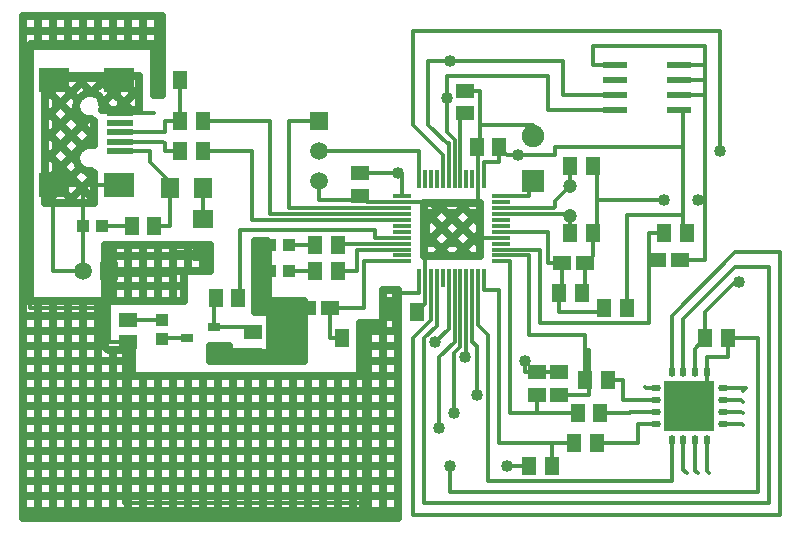
<source format=gbr>
G04 DipTrace 2.4.0.2*
%INTop.gbr*%
%MOMM*%
%ADD13C,0.3*%
%ADD14C,0.33*%
%ADD15C,0.635*%
%ADD22R,1.9X1.9*%
%ADD23C,1.9*%
%ADD25R,1.5X1.5*%
%ADD26C,1.5*%
%ADD27R,1.5X1.3*%
%ADD28R,1.3X1.5*%
%ADD29R,1.0X1.0*%
%ADD34R,1.6X1.8*%
%ADD35R,1.8X1.6*%
%ADD36R,2.3X0.5*%
%ADD37R,2.5X2.0*%
%ADD39R,1.05X0.65*%
%ADD41R,1.6X1.2*%
%ADD42R,1.6X0.3*%
%ADD43R,0.3X1.6*%
%ADD44R,2.0X0.6*%
%ADD45O,0.55X0.85*%
%ADD46O,0.85X0.55*%
%ADD47R,4.2X4.2*%
%ADD48C,1.2*%
%ADD49C,1.016*%
%FSLAX53Y53*%
G04*
G71*
G90*
G75*
G01*
%LNTop*%
%LPD*%
X51773Y38540D2*
D13*
X52738D1*
D14*
X54098D1*
X54133Y38575D1*
Y39528D1*
X54450Y39845D1*
X68198Y23653D2*
Y25648D1*
X69060Y26510D1*
X50323Y39990D2*
D13*
Y40955D1*
D14*
Y41433D1*
X51593D1*
Y42703D1*
X44823Y31590D2*
D13*
Y30625D1*
D14*
Y30320D1*
X42703D1*
Y28733D1*
X43373Y38540D2*
X43338D1*
Y40480D1*
X39845D1*
X40158Y26510D2*
Y27145D1*
X42703D1*
Y28733D1*
X20160Y26193D2*
D3*
X40163Y12540D2*
X40158D1*
Y26510D1*
X40163Y12540D2*
X19843D1*
Y25875D1*
X20160Y26193D1*
X26510Y33813D2*
X23970D1*
Y31908D1*
X18890D1*
X18573Y32225D1*
X20160Y26193D2*
X18573D1*
Y29050D1*
Y32225D1*
X22705Y48418D2*
Y51593D1*
X11905D1*
Y29050D1*
X18573D1*
X43020Y40480D2*
X39845D1*
X53180Y42068D2*
X52228D1*
X51593Y42703D1*
X66835Y45878D2*
X67150D1*
Y42703D1*
X56355D1*
Y42068D1*
X53180D1*
X67463Y35400D2*
X67150D1*
Y36988D1*
Y42703D1*
X62383Y29050D2*
Y36988D1*
X67150D1*
X71913Y31273D2*
Y31590D1*
X69060Y28738D1*
Y26510D1*
X33813Y34448D2*
X36040D1*
Y32225D2*
X33813D1*
X48323Y39990D2*
D13*
Y40955D1*
D14*
Y45153D1*
X48735Y45565D1*
X27463Y27463D2*
Y29755D1*
X27610Y29902D1*
X27463Y27463D2*
X30357D1*
X30780Y27040D1*
X25163Y26513D2*
X23033D1*
X23018Y26498D1*
Y28098D2*
X20165D1*
X20160Y28093D1*
X57630Y35400D2*
Y36902D1*
X57625Y36907D1*
X51773Y37040D2*
D13*
X52738D1*
D14*
X57492D1*
X57625Y36907D1*
X57630Y41115D2*
Y39452D1*
X57625Y39447D1*
X51773Y37540D2*
D13*
X52738D1*
D14*
X56273D1*
X56355Y37623D1*
Y38177D1*
X57625Y39447D1*
X19525Y43185D2*
X23170D1*
X23335Y43020D1*
Y42385D1*
X24610D1*
X19525Y43985D2*
X23335D1*
Y44925D1*
X24610D1*
X24605Y48418D2*
Y44930D1*
X24610Y44925D1*
X19525Y42385D2*
X22065D1*
Y41433D1*
X23710Y39788D1*
Y39210D1*
X22383Y36035D2*
X23710D1*
Y39210D1*
X26510D2*
Y36613D1*
X20483Y36035D2*
X17938D1*
X64848Y21303D2*
X62070D1*
Y23018D1*
X60800D1*
X64848Y20303D2*
X62705D1*
Y20160D1*
X60165D1*
X64848Y19303D2*
X63340D1*
Y17620D1*
X59848D1*
X58900Y23018D2*
Y25558D1*
X59218D1*
Y21748D1*
X56673D1*
X58900Y25558D2*
Y26828D1*
X54133D1*
Y33540D1*
X52738D1*
D13*
X51773D1*
X58265Y20160D2*
D14*
X54768D1*
Y21748D1*
Y20160D2*
X52545D1*
Y33040D1*
D13*
X51773D1*
X56038Y15715D2*
D14*
Y17620D1*
X57948D1*
X56038D2*
X51593D1*
Y30625D1*
D13*
X50323D1*
Y31590D1*
X43373Y33040D2*
X42408D1*
D14*
X40163D1*
Y29050D1*
X37305D1*
Y26510D1*
X38258D1*
X45823Y31590D2*
D13*
Y30625D1*
D14*
Y28043D1*
X44290Y26510D1*
Y11588D1*
X75405D1*
Y33813D1*
X71595D1*
X66198Y28415D1*
Y23653D1*
X46323Y31590D2*
D13*
Y30625D1*
D14*
Y27590D1*
X45243Y26510D1*
Y12540D1*
X74453D1*
Y32543D1*
X71595D1*
X67198Y28145D1*
Y23653D1*
X69198D2*
Y24923D1*
X70960D1*
Y26510D1*
X54768Y23648D2*
X56673D1*
X16338Y36035D2*
Y39528D1*
X13933D1*
X13925Y39535D1*
X19425D2*
X13925D1*
Y48435D1*
X19425D1*
Y45685D1*
X19525Y45585D1*
X22358D1*
X22383Y45560D1*
X66835Y49688D2*
X69055D1*
Y48418D1*
X66835D1*
Y47148D2*
X69055D1*
Y48418D1*
X61435Y49688D2*
X59530D1*
Y51275D1*
X69055D1*
Y49688D1*
X27463Y25563D2*
X30357D1*
X30780Y25140D1*
X59530Y41115D2*
X59848D1*
Y38258D1*
Y35400D1*
X59530D1*
X49823Y39990D2*
D13*
Y40955D1*
D14*
Y42573D1*
X49693Y42703D1*
X45323Y31590D2*
D13*
Y30625D1*
D14*
Y29453D1*
X44603Y28733D1*
X43373Y38040D2*
D13*
X40385D1*
D14*
X39845Y38580D1*
Y38258D1*
X36353D1*
Y39845D1*
X49823Y39990D2*
D13*
Y39025D1*
D14*
Y37305D1*
X46364D1*
X45560D1*
Y34448D1*
X49053D1*
X49688Y35083D1*
D13*
X49730Y35040D1*
X51773D1*
X43373Y38040D2*
X44338D1*
D14*
X45878D1*
Y37791D1*
X46364Y37305D1*
X45323Y31590D2*
D13*
Y32555D1*
D14*
Y34210D1*
X45560Y34448D1*
X54450Y43695D2*
Y44608D1*
X50005D1*
Y42703D1*
X49693D1*
X32213Y32225D2*
Y34448D1*
X35305Y29050D2*
X32225D1*
Y32213D1*
X32213Y32225D1*
X58895Y32860D2*
Y30638D1*
X58578Y30320D1*
X59530Y35400D2*
Y33495D1*
X58895Y32860D1*
X48735Y47465D2*
X50005D1*
Y44608D1*
X30780Y25140D2*
X32225D1*
Y25875D1*
Y29050D1*
X16373Y32225D2*
X13810D1*
Y39420D1*
X13925Y39535D1*
X33813Y25875D2*
X32225D1*
X66928Y33178D2*
X69055D1*
Y47148D1*
X16338Y36035D2*
Y32260D1*
X16373Y32225D1*
X68420Y38258D2*
X69055D1*
Y47148D1*
X65563Y38258D2*
X59848D1*
X54138Y15715D2*
X52228D1*
X69198Y23653D2*
Y22303D1*
X67698Y20803D1*
X70960Y26510D2*
X73500D1*
Y13493D1*
X47465D1*
Y15715D1*
X54768Y23648D2*
X53820D1*
X53815Y23653D1*
Y24605D1*
X43373Y34040D2*
D13*
X42408D1*
D14*
X39528D1*
Y32225D1*
X37940D1*
X46823Y39990D2*
D13*
Y40955D1*
D14*
Y42075D1*
X44290Y44608D1*
Y52545D1*
X70325D1*
Y42385D1*
X43373Y35040D2*
D13*
X42408D1*
D14*
X41115D1*
Y35718D1*
X29685D1*
Y29902D1*
X29510D1*
X69198Y17953D2*
Y15255D1*
X69373Y15080D1*
X68198Y17953D2*
Y15303D1*
X68420Y15080D1*
X67198Y17953D2*
Y15350D1*
X67468Y15080D1*
X70548Y19303D2*
X72135D1*
X72230Y19208D1*
X70548Y20303D2*
X72088D1*
X72230Y20160D1*
X70548Y21303D2*
X72040D1*
X72230Y21113D1*
X70548Y22303D2*
X72468D1*
X72230Y22065D1*
X64848Y22303D2*
X64055D1*
X63975Y22383D1*
X65563Y35400D2*
X64293D1*
Y33178D1*
X64928D1*
X51773Y34040D2*
D13*
X52738D1*
D14*
X55085D1*
Y27780D1*
X64293D1*
Y33178D1*
X43373Y34540D2*
D13*
X42408D1*
D14*
X38033D1*
X37940Y34448D1*
X51773Y35540D2*
D13*
X52738D1*
D14*
X55720D1*
Y32860D1*
X56895D1*
Y30538D1*
X56678Y30320D1*
Y28733D1*
X60483D1*
Y29050D1*
X47465Y50005D2*
X45560D1*
Y44608D1*
X47148Y43020D1*
X47323D1*
D13*
Y39990D1*
X60800Y47148D2*
D14*
X61435D1*
X56990D1*
Y50005D1*
X47465D1*
X47323Y31590D2*
D13*
Y30625D1*
D14*
Y27320D1*
X46195Y26193D1*
X47823Y31590D2*
D13*
Y30625D1*
D14*
Y26233D1*
X46513Y24923D1*
Y18890D1*
X48323Y31590D2*
D13*
Y30625D1*
D14*
Y25780D1*
X47783Y25240D1*
Y20160D1*
X48823Y31590D2*
D13*
Y30625D1*
D14*
Y25010D1*
X48735Y24923D1*
X49323Y31590D2*
D13*
Y30625D1*
D14*
Y26240D1*
X49688Y25875D1*
Y21748D1*
X47148Y46830D2*
Y43973D1*
X47823Y43298D1*
Y40955D1*
D13*
Y39990D1*
X60800Y45878D2*
D14*
X61435D1*
X55720D1*
Y48735D1*
X47148D1*
Y46830D1*
X66198Y17953D2*
Y14445D1*
X50640D1*
Y26827D1*
X49823Y27645D1*
Y31590D1*
X36353Y42385D2*
X44608D1*
D13*
X44823D1*
Y39990D1*
X43373Y37540D2*
X42408D1*
D14*
X33813D1*
Y44925D1*
X36353D1*
X26510Y42385D2*
X30638D1*
Y36540D1*
X42408D1*
D13*
X43373D1*
Y37040D2*
X42408D1*
D14*
X32225D1*
Y44925D1*
X26510D1*
D49*
X47465Y50005D3*
X47148Y46830D3*
X40163Y12540D3*
X49688Y21748D3*
X47783Y20160D3*
X46513Y18890D3*
X48735Y24923D3*
X46195Y26193D3*
X33813Y25875D3*
X43020Y40480D3*
X53180Y42068D3*
X71913Y31273D3*
X68420Y38258D3*
X65563D3*
X52228Y15715D3*
X47465D3*
X53815Y24605D3*
X70325Y42385D3*
X48254Y37895D2*
D15*
X49960Y36189D1*
X46458Y37895D2*
X49960Y34393D1*
X45287Y37269D2*
X49018Y33539D1*
X45287Y35473D2*
X47222Y33539D1*
X45287Y33677D2*
X45426Y33539D1*
X46994Y37895D2*
X45287Y36189D1*
X48790Y37895D2*
X45287Y34393D1*
X49960Y37269D2*
X46230Y33539D1*
X49960Y35473D2*
X48026Y33539D1*
X49960Y33677D2*
X49822Y33539D1*
X50005Y37623D2*
Y33495D1*
X45243D1*
Y37940D1*
X50005D1*
Y37623D1*
X22959Y52545D2*
X11329D1*
X22959Y51275D2*
X11329D1*
X22959Y50005D2*
X22441D1*
X11846D2*
X11329D1*
X22959Y48735D2*
X22441D1*
X11846D2*
X11329D1*
X22959Y47465D2*
X22441D1*
X11846D2*
X11329D1*
X11846Y46195D2*
X11329D1*
X11846Y44925D2*
X11329D1*
X11846Y43655D2*
X11329D1*
X11846Y42385D2*
X11329D1*
X11846Y41115D2*
X11329D1*
X11846Y39845D2*
X11329D1*
X11846Y38575D2*
X11329D1*
X11846Y37305D2*
X11329D1*
X11846Y36035D2*
X11329D1*
X11846Y34765D2*
X11329D1*
X27086Y33495D2*
X18314D1*
X11846D2*
X11329D1*
X27086Y32225D2*
X18314D1*
X11846D2*
X11329D1*
X24864Y30955D2*
X18314D1*
X11846D2*
X11329D1*
X42957Y29685D2*
X41809D1*
X24864D2*
X11329D1*
X42957Y28415D2*
X41809D1*
X18196D2*
X11329D1*
X42957Y27145D2*
X39904D1*
X18196D2*
X11329D1*
X42957Y25875D2*
X39904D1*
X18196D2*
X11329D1*
X42957Y24605D2*
X39904D1*
X20419D2*
X11329D1*
X42957Y23335D2*
X11329D1*
X42957Y22065D2*
X11329D1*
X42957Y20795D2*
X11329D1*
X42957Y19525D2*
X11329D1*
X42957Y18255D2*
X11329D1*
X42957Y16985D2*
X11329D1*
X42957Y15715D2*
X11329D1*
X42957Y14445D2*
X11329D1*
X42957Y13175D2*
X11329D1*
X42957Y11905D2*
X11329D1*
X41750Y30579D2*
Y11329D1*
X40480Y27721D2*
Y11329D1*
X39210Y23276D2*
Y11329D1*
X37940Y23276D2*
Y11329D1*
X36670Y23276D2*
Y11329D1*
X35400Y23276D2*
Y11329D1*
X34130Y23276D2*
Y11329D1*
X32860Y23276D2*
Y11329D1*
X31590Y23276D2*
Y11329D1*
X30320Y23276D2*
Y11329D1*
X29050Y23276D2*
Y11329D1*
X27780Y23276D2*
Y11329D1*
X26510Y34389D2*
Y32284D1*
Y23276D2*
Y11329D1*
X25240Y34389D2*
Y32284D1*
Y23276D2*
Y11329D1*
X23970Y34389D2*
Y29744D1*
Y23276D2*
Y11329D1*
X22700Y53752D2*
Y47206D1*
Y34389D2*
Y29744D1*
Y23276D2*
Y11329D1*
X21430Y53752D2*
Y51334D1*
Y34389D2*
Y29744D1*
Y23276D2*
Y11329D1*
X20160Y53752D2*
Y51334D1*
Y34389D2*
Y29744D1*
Y25499D2*
Y11329D1*
X18890Y53752D2*
Y51334D1*
Y34389D2*
Y29744D1*
Y25499D2*
Y11329D1*
X17620Y53752D2*
Y51334D1*
Y29626D2*
Y11329D1*
X16350Y53752D2*
Y51334D1*
Y29626D2*
Y11329D1*
X15080Y53752D2*
Y51334D1*
Y29626D2*
Y11329D1*
X13810Y53752D2*
Y51334D1*
Y29626D2*
Y11329D1*
X12540Y53752D2*
Y51334D1*
Y29626D2*
Y11329D1*
X11270Y53752D2*
Y11329D1*
X43020Y30320D2*
Y11270D1*
X11270D1*
Y53815D1*
X23018D1*
Y47148D1*
X22383D1*
Y50958D1*
X22227Y51225D1*
X22065Y51275D1*
X12223D1*
X11955Y51120D1*
X11905Y50958D1*
Y30003D1*
X12060Y29735D1*
X12223Y29685D1*
X17938D1*
X18205Y29840D1*
X18255Y30003D1*
Y34448D1*
X27145D1*
Y32225D1*
X25240D1*
X24972Y32070D1*
X24923Y31908D1*
Y29685D1*
X18573D1*
X18305Y29530D1*
X18255Y29368D1*
Y25875D1*
X18410Y25607D1*
X18573Y25558D1*
X20478D1*
Y23653D1*
X20633Y23385D1*
X20795Y23335D1*
X39528D1*
X39795Y23490D1*
X39845Y23653D1*
Y27780D1*
X41433D1*
X41700Y27935D1*
X41750Y28098D1*
Y30638D1*
X43020D1*
Y30320D1*
X31849Y34133D2*
X31014D1*
X31849Y33502D2*
X31014D1*
X31849Y32870D2*
X31014D1*
X31849Y32238D2*
X31014D1*
X31849Y31607D2*
X31014D1*
X31849Y30975D2*
X31014D1*
X31849Y30343D2*
X31014D1*
X32037Y29712D2*
X31014D1*
X35019Y29080D2*
X31014D1*
X35019Y28448D2*
X32284D1*
X35019Y27817D2*
X32284D1*
X35019Y27185D2*
X32284D1*
X35019Y26553D2*
X32284D1*
X35019Y25922D2*
X32284D1*
X35019Y25290D2*
X32284D1*
X28813D2*
X27204D1*
X35019Y24658D2*
X27204D1*
X31908Y34448D2*
Y30003D1*
X32063Y29735D1*
X32225Y29685D1*
X35083D1*
Y24605D1*
X27145D1*
Y25875D1*
X28733D1*
Y25558D1*
X28888Y25290D1*
X29050Y25240D1*
X31908D1*
X32175Y25395D1*
X32225Y25558D1*
Y28415D1*
X32070Y28683D1*
X31908Y28733D1*
X30955D1*
Y34765D1*
X31908D1*
Y34448D1*
X19361Y48690D2*
X21071Y46980D1*
X17565Y48690D2*
X20334Y45921D1*
X15769Y48690D2*
X17135Y47324D1*
X18060Y46399D2*
X18538Y45921D1*
X13973Y48690D2*
X15893Y46770D1*
X13220Y47647D2*
X17259Y43608D1*
X13220Y45851D2*
X16291Y42780D1*
X13220Y44055D2*
X15821Y41454D1*
X16591Y40684D2*
X17259Y40016D1*
X13220Y42259D2*
X17259Y38220D1*
X13220Y40463D2*
X15701Y37982D1*
X13220Y38667D2*
X13905Y37982D1*
X14926Y48690D2*
X13216Y46980D1*
X16722Y48690D2*
X13220Y45188D1*
X18518Y48690D2*
X17166Y47338D1*
X15772Y45943D2*
X13220Y43392D1*
X20314Y48690D2*
X18071Y46447D1*
X16663Y45038D2*
X13220Y41596D1*
X21068Y47647D2*
X19344Y45924D1*
X17254Y43834D2*
X13219Y39799D1*
X16125Y40909D2*
X13219Y38003D1*
X17254Y40242D2*
X14994Y37982D1*
X17254Y38446D2*
X16790Y37982D1*
X15847Y41472D2*
X15977Y41184D1*
X16182Y40943D1*
X16447Y40769D1*
X16749Y40676D1*
X17075Y40674D1*
X17303Y40480D1*
Y37940D1*
X13175D1*
Y48735D1*
X21113D1*
Y45878D1*
X18007D1*
X18047Y46150D1*
X18013Y46465D1*
X17891Y46757D1*
X17694Y47004D1*
X17435Y47186D1*
X17135Y47288D1*
X16819Y47303D1*
X16512Y47229D1*
X16237Y47073D1*
X16016Y46845D1*
X15868Y46566D1*
X15802Y46185D1*
X15847Y45872D1*
X15977Y45584D1*
X16182Y45343D1*
X16447Y45169D1*
X16749Y45076D1*
X17075Y45074D1*
X17303Y44925D1*
Y42851D1*
X17135Y42888D1*
X16819Y42903D1*
X16512Y42829D1*
X16237Y42673D1*
X16016Y42445D1*
X15868Y42166D1*
X15802Y41785D1*
X15847Y41472D1*
D22*
X54450Y39845D3*
D23*
Y43695D3*
D25*
X18573Y32225D3*
D26*
X16373D3*
D27*
X39845Y40480D3*
Y38580D3*
D28*
X51593Y42703D3*
X49693D3*
X42703Y28733D3*
X44603D3*
X58578Y30320D3*
X56678D3*
X59530Y41115D3*
X57630D3*
X59530Y35400D3*
X57630D3*
X70960Y26510D3*
X69060D3*
X56038Y15715D3*
X54138D3*
D27*
X54768Y21748D3*
Y23648D3*
X56673Y21748D3*
Y23648D3*
D29*
X33813Y32225D3*
X32213D3*
X33813Y34448D3*
X32213D3*
X23018Y28098D3*
Y26498D3*
D34*
X26510Y39210D3*
X23710D3*
D35*
X26510Y33813D3*
Y36613D3*
D29*
X17938Y36035D3*
X16338D3*
D36*
X19525Y42385D3*
Y43185D3*
Y43985D3*
Y44785D3*
Y45585D3*
D37*
X19425Y39535D3*
Y48435D3*
X13925Y39535D3*
Y48435D3*
D25*
X36353Y44925D3*
D26*
Y42385D3*
Y39845D3*
D39*
X27463Y27463D3*
Y25563D3*
X25163Y26513D3*
D28*
X60483Y29050D3*
X62383D3*
X37940Y32225D3*
X36040D3*
X37940Y34448D3*
X36040D3*
D27*
X48735Y47465D3*
Y45565D3*
D28*
X65563Y35400D3*
X67463D3*
X38258Y26510D3*
X40158D3*
X29510Y29902D3*
X27610D3*
D27*
X30780Y25140D3*
Y27040D3*
X20160Y28093D3*
Y26193D3*
D28*
X26510Y44925D3*
X24610D3*
X26510Y42385D3*
X24610D3*
X22383Y36035D3*
X20483D3*
X24605Y48418D3*
X22705D3*
X60800Y23018D3*
X58900D3*
X60165Y20160D3*
X58265D3*
X59848Y17620D3*
X57948D3*
D41*
X64928Y33178D3*
X66928D3*
X58895Y32860D3*
X56895D3*
X37305Y29050D3*
X35305D3*
D42*
X51773Y38540D3*
Y38040D3*
Y37540D3*
Y37040D3*
Y36540D3*
Y36040D3*
Y35540D3*
Y35040D3*
Y34540D3*
Y34040D3*
Y33540D3*
Y33040D3*
D43*
X50323Y31590D3*
X49823D3*
X49323D3*
X48823D3*
X48323D3*
X47823D3*
X47323D3*
X46823D3*
X46323D3*
X45823D3*
X45323D3*
X44823D3*
D42*
X43373Y33040D3*
Y33540D3*
Y34040D3*
Y34540D3*
Y35040D3*
Y35540D3*
Y36040D3*
Y36540D3*
Y37040D3*
Y37540D3*
Y38040D3*
Y38540D3*
D43*
X44823Y39990D3*
X45323D3*
X45823D3*
X46323D3*
X46823D3*
X47323D3*
X47823D3*
X48323D3*
X48823D3*
X49323D3*
X49823D3*
X50323D3*
D44*
X61435Y45878D3*
Y47148D3*
Y48418D3*
Y49688D3*
X66835D3*
Y48418D3*
Y47148D3*
Y45878D3*
D45*
X66198Y23653D3*
X67198D3*
X68198D3*
X69198D3*
D46*
X70548Y22303D3*
Y21303D3*
Y20303D3*
Y19303D3*
D45*
X69198Y17953D3*
X68198D3*
X67198D3*
X66198D3*
D46*
X64848Y19303D3*
Y20303D3*
Y21303D3*
Y22303D3*
D47*
X67698Y20803D3*
D48*
X57625Y36907D3*
Y39447D3*
M02*

</source>
